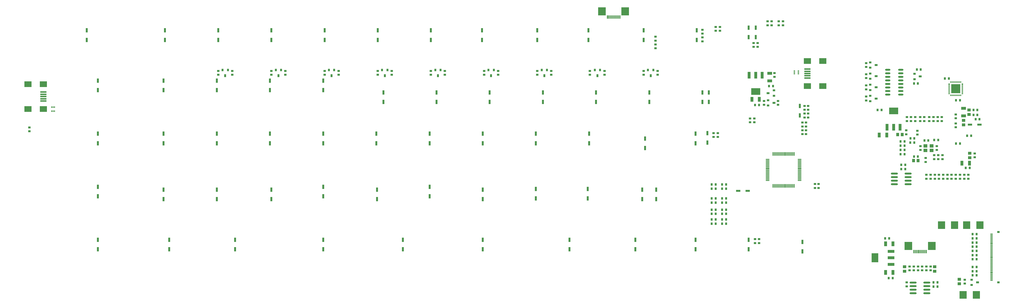
<source format=gbp>
G04 Layer_Color=128*
%FSLAX44Y44*%
%MOMM*%
G71*
G01*
G75*
%ADD10R,1.0000X1.3000*%
%ADD11R,0.8000X0.9000*%
%ADD12R,0.9000X0.8000*%
%ADD13R,1.1000X0.6500*%
%ADD14R,0.9000X0.6500*%
%ADD15R,0.6500X1.1000*%
%ADD16R,0.6500X0.9000*%
%ADD17R,1.3000X1.0000*%
%ADD18R,1.7000X1.1000*%
%ADD21R,0.5000X0.3000*%
%ADD22O,1.4000X0.3000*%
%ADD24R,2.2500X0.5000*%
%ADD25R,2.5000X2.0000*%
%ADD26R,2.7000X3.0000*%
%ADD27R,0.3000X1.2000*%
%ADD34R,1.1000X1.7000*%
%ADD35R,0.5000X0.3000*%
%ADD36R,0.3000X0.5000*%
%ADD38R,0.8000X1.6000*%
%ADD64O,2.5000X0.7000*%
%ADD65R,1.3995X1.1498*%
%ADD66R,3.2000X3.2000*%
%ADD67R,1.0000X2.4000*%
%ADD68R,3.3000X2.4000*%
%ADD69O,1.9000X0.6000*%
%ADD70R,1.6000X0.8000*%
%ADD72R,0.8500X0.8000*%
%ADD73R,0.8500X0.3000*%
%ADD74R,2.6162X2.7432*%
%ADD75R,2.4000X1.0000*%
%ADD76R,2.4000X3.3000*%
%ADD77R,0.3000X0.5000*%
%ADD78O,0.3000X1.4000*%
%ADD79R,2.7000X3.0000*%
%ADD80R,0.3000X1.2000*%
D10*
X3200600Y1290600D02*
D03*
X3184600D02*
D03*
X3127300Y1384400D02*
D03*
X3143300D02*
D03*
D11*
X3223102Y1363100D02*
D03*
X3237102D02*
D03*
X3199598Y1305600D02*
D03*
X3185598D02*
D03*
X3258302Y1364400D02*
D03*
X3272302D02*
D03*
X3187098Y1370600D02*
D03*
X3173098D02*
D03*
X3055802Y1471900D02*
D03*
X3069802D02*
D03*
X3138100Y1359100D02*
D03*
X3152100D02*
D03*
X3138100Y1344100D02*
D03*
X3152100D02*
D03*
X3138100Y1329100D02*
D03*
X3152100D02*
D03*
X3138100Y1314100D02*
D03*
X3152100D02*
D03*
X3384798Y1264400D02*
D03*
X3370798D02*
D03*
X3350098Y1351600D02*
D03*
X3336098D02*
D03*
X3398302Y1471900D02*
D03*
X3412302D02*
D03*
X3398302Y1454400D02*
D03*
X3412302D02*
D03*
X3405802Y1439400D02*
D03*
X3419802D02*
D03*
X3310049Y1584400D02*
D03*
X3296049D02*
D03*
X3350098Y1506600D02*
D03*
X3336098D02*
D03*
X3186600Y1355600D02*
D03*
X3172600D02*
D03*
X3140602Y1260600D02*
D03*
X3154602D02*
D03*
X3140602Y1275600D02*
D03*
X3154602D02*
D03*
X3389798Y1379400D02*
D03*
X3375798D02*
D03*
X3195802Y1616900D02*
D03*
X3209802D02*
D03*
X3185802Y1566900D02*
D03*
X3199802D02*
D03*
X3395502Y997500D02*
D03*
X3409502D02*
D03*
X3395502Y1012500D02*
D03*
X3409502D02*
D03*
X3395502Y952500D02*
D03*
X3409502D02*
D03*
X3395502Y910000D02*
D03*
X3409502D02*
D03*
X3395502Y937500D02*
D03*
X3409502D02*
D03*
X3395502Y967500D02*
D03*
X3409502D02*
D03*
X3395502Y895000D02*
D03*
X3409502D02*
D03*
X3395502Y982500D02*
D03*
X3409502D02*
D03*
X3395502Y1027500D02*
D03*
X3409502D02*
D03*
X3395502Y880000D02*
D03*
X3409502D02*
D03*
X3269498Y840000D02*
D03*
X3255498D02*
D03*
X3269498Y855000D02*
D03*
X3255498D02*
D03*
X3096998Y1012500D02*
D03*
X3082998D02*
D03*
X3095502Y870000D02*
D03*
X3109502D02*
D03*
X2514502Y1190000D02*
D03*
X2500502D02*
D03*
X2514502Y1205000D02*
D03*
X2500502D02*
D03*
X2514502Y1080000D02*
D03*
X2500502D02*
D03*
X2514502Y1100000D02*
D03*
X2500502D02*
D03*
X2514502Y1155000D02*
D03*
X2500502D02*
D03*
X2514502Y1065000D02*
D03*
X2500502D02*
D03*
X2514502Y1115000D02*
D03*
X2500502D02*
D03*
X2514502Y1140000D02*
D03*
X2500502D02*
D03*
X2477002Y1155000D02*
D03*
X2463002D02*
D03*
X2477002Y1100000D02*
D03*
X2463002D02*
D03*
X2477002Y1140000D02*
D03*
X2463002D02*
D03*
X2477002Y1205000D02*
D03*
X2463002D02*
D03*
X2477002Y1065000D02*
D03*
X2463002D02*
D03*
X2477002Y1190000D02*
D03*
X2463002D02*
D03*
X2477002Y1080000D02*
D03*
X2463002D02*
D03*
X2477002Y1115000D02*
D03*
X2463002D02*
D03*
X2632002Y1490000D02*
D03*
X2618002D02*
D03*
X2682002Y1557500D02*
D03*
X2668002D02*
D03*
D12*
X3267600Y1328602D02*
D03*
Y1342602D02*
D03*
X3272600Y1310098D02*
D03*
Y1296098D02*
D03*
X3197600Y1383602D02*
D03*
Y1397602D02*
D03*
X3227600Y1286102D02*
D03*
Y1300102D02*
D03*
X3287600Y1296102D02*
D03*
Y1310102D02*
D03*
X3157800Y1398898D02*
D03*
Y1384898D02*
D03*
X3260100Y1226102D02*
D03*
Y1240102D02*
D03*
X3275100Y1226102D02*
D03*
Y1240102D02*
D03*
X3255300Y1446400D02*
D03*
Y1432400D02*
D03*
X3240300Y1446400D02*
D03*
Y1432400D02*
D03*
X3222800Y1446400D02*
D03*
Y1432400D02*
D03*
X3207800Y1446400D02*
D03*
Y1432400D02*
D03*
X3190300Y1446400D02*
D03*
Y1432400D02*
D03*
X3175300Y1446400D02*
D03*
Y1432400D02*
D03*
X3160300Y1446400D02*
D03*
Y1432400D02*
D03*
X3290100Y1226102D02*
D03*
Y1240102D02*
D03*
X3305100Y1226102D02*
D03*
Y1240102D02*
D03*
X3320100Y1226102D02*
D03*
Y1240102D02*
D03*
X3230100Y1226102D02*
D03*
Y1240102D02*
D03*
X3245100Y1226102D02*
D03*
Y1240102D02*
D03*
X3335100Y1226102D02*
D03*
Y1240102D02*
D03*
X3350100Y1226102D02*
D03*
Y1240102D02*
D03*
X3365100Y1226103D02*
D03*
Y1240103D02*
D03*
X3380100Y1226102D02*
D03*
Y1240102D02*
D03*
X3285300Y1446400D02*
D03*
Y1432400D02*
D03*
X3270300Y1446400D02*
D03*
Y1432400D02*
D03*
X3402800Y1316398D02*
D03*
Y1302398D02*
D03*
X3208600Y1328602D02*
D03*
Y1342602D02*
D03*
X3257600Y1296102D02*
D03*
Y1310102D02*
D03*
X3335300Y1409902D02*
D03*
Y1423902D02*
D03*
Y1442402D02*
D03*
Y1456402D02*
D03*
X3015100Y1520098D02*
D03*
Y1506098D02*
D03*
X3015100Y1560098D02*
D03*
Y1546098D02*
D03*
X3015100Y1600098D02*
D03*
Y1586098D02*
D03*
Y1640098D02*
D03*
Y1626098D02*
D03*
X3367500Y864498D02*
D03*
Y850498D02*
D03*
X3185000Y911998D02*
D03*
Y897998D02*
D03*
X3230000Y911998D02*
D03*
Y897998D02*
D03*
X3245000Y911998D02*
D03*
Y897998D02*
D03*
X3200000Y911998D02*
D03*
Y897998D02*
D03*
X3215000Y911998D02*
D03*
Y897998D02*
D03*
X3170000Y911998D02*
D03*
Y897998D02*
D03*
X3160000Y840502D02*
D03*
Y854502D02*
D03*
X2262500Y1734502D02*
D03*
Y1720502D02*
D03*
X2262500Y1692998D02*
D03*
Y1706998D02*
D03*
X1460000Y1598002D02*
D03*
Y1612002D02*
D03*
X1510000Y1611998D02*
D03*
Y1597998D02*
D03*
X1320000D02*
D03*
Y1611998D02*
D03*
X1270000Y1612002D02*
D03*
Y1598002D02*
D03*
X1130000Y1597998D02*
D03*
Y1611998D02*
D03*
X1080000Y1597998D02*
D03*
Y1611998D02*
D03*
X940000Y1597998D02*
D03*
Y1611998D02*
D03*
X890000Y1612002D02*
D03*
Y1598002D02*
D03*
X750000Y1597998D02*
D03*
Y1611998D02*
D03*
X700000Y1612002D02*
D03*
Y1598002D02*
D03*
X2845000Y1207002D02*
D03*
Y1193002D02*
D03*
X2832500Y1207002D02*
D03*
Y1193002D02*
D03*
X2795000Y1445000D02*
D03*
Y1459000D02*
D03*
X2807500Y1445000D02*
D03*
Y1459000D02*
D03*
X2800000Y1427002D02*
D03*
Y1413002D02*
D03*
X2787500Y1427002D02*
D03*
Y1413002D02*
D03*
X2800000Y1385498D02*
D03*
Y1399498D02*
D03*
X2787500Y1385498D02*
D03*
Y1399498D02*
D03*
X2795000Y1486503D02*
D03*
Y1472503D02*
D03*
X2807500Y1486503D02*
D03*
Y1472503D02*
D03*
X2650000Y1490498D02*
D03*
Y1504498D02*
D03*
X2700000Y1504502D02*
D03*
Y1490502D02*
D03*
X2687500Y1604502D02*
D03*
Y1590502D02*
D03*
X2615000Y1427998D02*
D03*
Y1441998D02*
D03*
X2600000Y1427998D02*
D03*
Y1441998D02*
D03*
X2485000Y1375498D02*
D03*
Y1389498D02*
D03*
X2470000Y1375498D02*
D03*
Y1389498D02*
D03*
X2270000Y1597998D02*
D03*
Y1611998D02*
D03*
X2220000Y1612002D02*
D03*
Y1598002D02*
D03*
X2430000Y1717997D02*
D03*
Y1731997D02*
D03*
X2430000Y1759500D02*
D03*
Y1745500D02*
D03*
X2627500Y1697998D02*
D03*
Y1711998D02*
D03*
X2612500Y1697998D02*
D03*
Y1711998D02*
D03*
X2662500Y1775498D02*
D03*
Y1789498D02*
D03*
X2677500Y1775498D02*
D03*
Y1789498D02*
D03*
X2717500Y1789502D02*
D03*
Y1775502D02*
D03*
X2702500Y1789502D02*
D03*
Y1775502D02*
D03*
X1890000Y1597998D02*
D03*
Y1611998D02*
D03*
X1840000Y1612002D02*
D03*
Y1598002D02*
D03*
X2080000Y1597998D02*
D03*
Y1611998D02*
D03*
X2027500Y1612002D02*
D03*
Y1598002D02*
D03*
X1700000Y1597998D02*
D03*
Y1611998D02*
D03*
X1650000Y1612002D02*
D03*
Y1598002D02*
D03*
X2617500Y1009502D02*
D03*
Y995502D02*
D03*
X2492500Y1769502D02*
D03*
Y1755502D02*
D03*
X2632500Y1009502D02*
D03*
Y995502D02*
D03*
X25000Y1395498D02*
D03*
Y1409498D02*
D03*
X2477500Y1769502D02*
D03*
Y1755502D02*
D03*
D13*
X3208175Y1591900D02*
D03*
X3050475Y1513100D02*
D03*
Y1553100D02*
D03*
X3050475Y1593100D02*
D03*
X3050475Y1633100D02*
D03*
X3412875Y855000D02*
D03*
X2685375Y1497500D02*
D03*
X2664625Y1532500D02*
D03*
D14*
X3187425Y1601400D02*
D03*
Y1582400D02*
D03*
X3029725Y1522600D02*
D03*
Y1503600D02*
D03*
Y1562600D02*
D03*
Y1543600D02*
D03*
X3029725Y1602600D02*
D03*
Y1583600D02*
D03*
X3029725Y1642600D02*
D03*
Y1623600D02*
D03*
X3392125Y864500D02*
D03*
Y845500D02*
D03*
X2664625Y1488000D02*
D03*
Y1507000D02*
D03*
X2685375Y1542000D02*
D03*
Y1523000D02*
D03*
D15*
X1485000Y1594625D02*
D03*
X915000D02*
D03*
X1865000D02*
D03*
X2055000D02*
D03*
X1105000D02*
D03*
X1295000D02*
D03*
X725000D02*
D03*
X1675000D02*
D03*
X2245000D02*
D03*
D16*
X1475500Y1615375D02*
D03*
X1494500D02*
D03*
X924500D02*
D03*
X905500D02*
D03*
X1874500D02*
D03*
X1855500D02*
D03*
X2064500D02*
D03*
X2045500D02*
D03*
X1114500D02*
D03*
X1095500D02*
D03*
X1304500D02*
D03*
X1285500D02*
D03*
X734500D02*
D03*
X715500D02*
D03*
X1684500D02*
D03*
X1665500D02*
D03*
X2254500D02*
D03*
X2235500D02*
D03*
D17*
X3385300Y1301400D02*
D03*
Y1317400D02*
D03*
X3382600Y1456400D02*
D03*
Y1472400D02*
D03*
X3362800Y1418900D02*
D03*
Y1434900D02*
D03*
X3347500Y865500D02*
D03*
Y849500D02*
D03*
X3260000Y894500D02*
D03*
Y910500D02*
D03*
X3152500Y894500D02*
D03*
Y910500D02*
D03*
D18*
X3362800Y1450900D02*
D03*
Y1477900D02*
D03*
X2670000Y1576500D02*
D03*
Y1603500D02*
D03*
D21*
X2758500Y1606500D02*
D03*
X2772500Y1611500D02*
D03*
Y1601500D02*
D03*
Y1606500D02*
D03*
X2758500Y1611500D02*
D03*
Y1601500D02*
D03*
D22*
X2777000Y1220000D02*
D03*
Y1225000D02*
D03*
Y1230000D02*
D03*
Y1245000D02*
D03*
Y1250000D02*
D03*
Y1255000D02*
D03*
Y1260000D02*
D03*
Y1265000D02*
D03*
Y1270000D02*
D03*
Y1275000D02*
D03*
Y1280000D02*
D03*
Y1285000D02*
D03*
Y1290000D02*
D03*
Y1295000D02*
D03*
X2663000D02*
D03*
Y1290000D02*
D03*
Y1285000D02*
D03*
Y1280000D02*
D03*
Y1275000D02*
D03*
Y1270000D02*
D03*
Y1265000D02*
D03*
Y1260000D02*
D03*
Y1255000D02*
D03*
Y1250000D02*
D03*
Y1245000D02*
D03*
Y1240000D02*
D03*
Y1235000D02*
D03*
Y1230000D02*
D03*
Y1225000D02*
D03*
Y1220000D02*
D03*
X2777000Y1240000D02*
D03*
Y1235000D02*
D03*
D24*
X75000Y1504001D02*
D03*
Y1512001D02*
D03*
Y1520000D02*
D03*
Y1528001D02*
D03*
Y1535999D02*
D03*
X2805000Y1618499D02*
D03*
Y1610499D02*
D03*
Y1602500D02*
D03*
Y1594499D02*
D03*
Y1586501D02*
D03*
D25*
X75000Y1475499D02*
D03*
Y1564501D02*
D03*
X20000Y1475499D02*
D03*
Y1564501D02*
D03*
X2805000Y1647001D02*
D03*
Y1557999D02*
D03*
X2860000Y1647001D02*
D03*
Y1557999D02*
D03*
D26*
X3165700Y984900D02*
D03*
X3249300D02*
D03*
D27*
X3185000Y965100D02*
D03*
X3190000D02*
D03*
X3195000D02*
D03*
X3200000D02*
D03*
X3205000D02*
D03*
X3210000D02*
D03*
X3215000D02*
D03*
X3220000D02*
D03*
X3225000D02*
D03*
X3230000D02*
D03*
D34*
X3088800Y1382400D02*
D03*
X3061800D02*
D03*
X3383800Y1281900D02*
D03*
X3356800D02*
D03*
X3084000Y992500D02*
D03*
X3111000D02*
D03*
Y890000D02*
D03*
X3084000D02*
D03*
X2606500Y1510000D02*
D03*
X2633500D02*
D03*
D35*
X3358600Y1530600D02*
D03*
Y1535600D02*
D03*
Y1540600D02*
D03*
Y1545600D02*
D03*
Y1550600D02*
D03*
Y1555600D02*
D03*
Y1560600D02*
D03*
Y1565600D02*
D03*
X3311600D02*
D03*
Y1560600D02*
D03*
Y1555600D02*
D03*
Y1550600D02*
D03*
Y1545600D02*
D03*
Y1540600D02*
D03*
Y1535600D02*
D03*
Y1530600D02*
D03*
D36*
X3352600Y1571600D02*
D03*
X3347600D02*
D03*
X3342600D02*
D03*
X3337600D02*
D03*
X3332600D02*
D03*
X3327600D02*
D03*
X3322600D02*
D03*
X3317600D02*
D03*
X3347600Y1524600D02*
D03*
X3342600D02*
D03*
X3337600D02*
D03*
X3332600D02*
D03*
X3327600D02*
D03*
X3322600D02*
D03*
X3317600D02*
D03*
X3352600D02*
D03*
D38*
X2452500Y1534500D02*
D03*
Y1500500D02*
D03*
X2430000Y1534500D02*
D03*
Y1500500D02*
D03*
X1075000Y1577000D02*
D03*
Y1543000D02*
D03*
X2595000Y1007000D02*
D03*
Y973000D02*
D03*
X2777500Y1452500D02*
D03*
Y1486500D02*
D03*
X2410000Y1757000D02*
D03*
Y1723000D02*
D03*
X2620000Y1767000D02*
D03*
Y1733000D02*
D03*
X2595000Y1767000D02*
D03*
Y1733000D02*
D03*
X1645000Y1007000D02*
D03*
Y973000D02*
D03*
X1360000Y1007000D02*
D03*
Y973000D02*
D03*
X1075000Y1007000D02*
D03*
Y973000D02*
D03*
X760000Y1007000D02*
D03*
Y973000D02*
D03*
X2190000Y1007000D02*
D03*
Y973000D02*
D03*
X1955000Y1007000D02*
D03*
Y973000D02*
D03*
X2405000Y1007000D02*
D03*
Y973000D02*
D03*
X2787500Y999500D02*
D03*
Y965500D02*
D03*
X2240000Y1534500D02*
D03*
Y1500500D02*
D03*
X2265000Y1187000D02*
D03*
Y1153000D02*
D03*
X1267500Y1187000D02*
D03*
Y1153000D02*
D03*
X270000Y1387000D02*
D03*
Y1353000D02*
D03*
X2405000Y1387000D02*
D03*
Y1353000D02*
D03*
X2025000Y1387000D02*
D03*
Y1353000D02*
D03*
X2020000Y1189500D02*
D03*
Y1155500D02*
D03*
X695000Y1187000D02*
D03*
Y1153000D02*
D03*
X1455000Y1387000D02*
D03*
Y1353000D02*
D03*
X1075000Y1197000D02*
D03*
Y1163000D02*
D03*
X525000Y1007000D02*
D03*
Y973000D02*
D03*
X2215000Y1187000D02*
D03*
Y1153000D02*
D03*
X505000Y1187000D02*
D03*
Y1153000D02*
D03*
X1455000Y1197000D02*
D03*
Y1163000D02*
D03*
X1645000Y1387000D02*
D03*
Y1353000D02*
D03*
X1670000Y1534500D02*
D03*
Y1500500D02*
D03*
X1860000Y1534500D02*
D03*
Y1500500D02*
D03*
X1645000Y1187000D02*
D03*
Y1153000D02*
D03*
X2050000Y1534500D02*
D03*
Y1500500D02*
D03*
X2447500Y1355500D02*
D03*
Y1389500D02*
D03*
X505000Y1387000D02*
D03*
Y1353000D02*
D03*
X1835000Y1189500D02*
D03*
Y1155500D02*
D03*
X695000Y1387000D02*
D03*
Y1353000D02*
D03*
X1265000Y1387000D02*
D03*
Y1353000D02*
D03*
X890000Y1187000D02*
D03*
Y1153000D02*
D03*
X1075000Y1387000D02*
D03*
Y1353000D02*
D03*
X2225000Y1369500D02*
D03*
Y1335500D02*
D03*
X1835000Y1387000D02*
D03*
Y1353000D02*
D03*
X885000Y1387000D02*
D03*
Y1353000D02*
D03*
X270000Y1197000D02*
D03*
Y1163000D02*
D03*
Y1007000D02*
D03*
Y973000D02*
D03*
X230000Y1757000D02*
D03*
Y1723000D02*
D03*
X510000Y1757000D02*
D03*
Y1723000D02*
D03*
X700000Y1757000D02*
D03*
Y1723000D02*
D03*
X890000Y1757000D02*
D03*
Y1723000D02*
D03*
X1080000Y1757000D02*
D03*
Y1723000D02*
D03*
X1270000Y1757000D02*
D03*
Y1723000D02*
D03*
X1460000Y1757000D02*
D03*
Y1723000D02*
D03*
X1642500Y1757000D02*
D03*
Y1723000D02*
D03*
X1840000Y1757000D02*
D03*
Y1723000D02*
D03*
X2022500Y1757000D02*
D03*
Y1723000D02*
D03*
X2220000Y1757000D02*
D03*
Y1723000D02*
D03*
X885000Y1577000D02*
D03*
Y1543000D02*
D03*
X695000Y1577000D02*
D03*
Y1543000D02*
D03*
X505000Y1577000D02*
D03*
Y1543000D02*
D03*
X270000Y1577000D02*
D03*
Y1543000D02*
D03*
X1290000Y1534500D02*
D03*
Y1500500D02*
D03*
X1480000Y1534500D02*
D03*
Y1500500D02*
D03*
D64*
X3164600Y1244650D02*
D03*
Y1231950D02*
D03*
Y1219250D02*
D03*
Y1206550D02*
D03*
X3115600Y1244650D02*
D03*
Y1231950D02*
D03*
Y1219250D02*
D03*
Y1206550D02*
D03*
X3232000Y854050D02*
D03*
Y841350D02*
D03*
Y828650D02*
D03*
Y815950D02*
D03*
X3183000Y854050D02*
D03*
Y841350D02*
D03*
Y828650D02*
D03*
Y815950D02*
D03*
D65*
X3226602Y1327599D02*
D03*
Y1343601D02*
D03*
X3248598Y1327599D02*
D03*
Y1343601D02*
D03*
D66*
X3335100Y1548100D02*
D03*
D67*
X3135800Y1410400D02*
D03*
X3112800D02*
D03*
X3089800D02*
D03*
X2597000Y1596500D02*
D03*
X2620000D02*
D03*
X2643000D02*
D03*
D68*
X3112800Y1468400D02*
D03*
X2620000Y1538500D02*
D03*
D69*
X3091800Y1527450D02*
D03*
Y1540150D02*
D03*
Y1552850D02*
D03*
Y1565550D02*
D03*
Y1578250D02*
D03*
Y1590950D02*
D03*
Y1603650D02*
D03*
Y1616350D02*
D03*
X3138800Y1527450D02*
D03*
Y1540150D02*
D03*
Y1552850D02*
D03*
Y1565550D02*
D03*
Y1578250D02*
D03*
Y1590950D02*
D03*
Y1603650D02*
D03*
Y1616350D02*
D03*
D70*
X3419800Y1419400D02*
D03*
X3385800D02*
D03*
X2592000Y1182500D02*
D03*
X2558000D02*
D03*
D72*
X3487250Y854500D02*
D03*
Y1035500D02*
D03*
D73*
X3462750Y862500D02*
D03*
Y867500D02*
D03*
Y872500D02*
D03*
Y877500D02*
D03*
Y882500D02*
D03*
Y887500D02*
D03*
Y892500D02*
D03*
Y897500D02*
D03*
Y902500D02*
D03*
Y907500D02*
D03*
Y912500D02*
D03*
Y917500D02*
D03*
Y922500D02*
D03*
Y957500D02*
D03*
Y962500D02*
D03*
Y967500D02*
D03*
Y972500D02*
D03*
Y977500D02*
D03*
Y982500D02*
D03*
Y987500D02*
D03*
Y992500D02*
D03*
Y997500D02*
D03*
Y1002500D02*
D03*
Y1007500D02*
D03*
Y1012500D02*
D03*
Y1017500D02*
D03*
Y1022500D02*
D03*
Y1027500D02*
D03*
Y927500D02*
D03*
Y942500D02*
D03*
Y947500D02*
D03*
Y952500D02*
D03*
Y937500D02*
D03*
Y932500D02*
D03*
D74*
X3374005Y1060000D02*
D03*
X3420995D02*
D03*
X3284005D02*
D03*
X3330995D02*
D03*
X3408495Y810000D02*
D03*
X3361505D02*
D03*
D75*
X3104000Y965500D02*
D03*
Y942500D02*
D03*
Y919500D02*
D03*
D76*
X3046000Y942500D02*
D03*
D77*
X109960Y1482056D02*
D03*
X114960D02*
D03*
X104960D02*
D03*
X114960Y1468056D02*
D03*
X109960D02*
D03*
X104960D02*
D03*
D78*
X2682500Y1200500D02*
D03*
X2687500D02*
D03*
X2692500D02*
D03*
X2697500D02*
D03*
X2702500D02*
D03*
X2707500D02*
D03*
X2712500D02*
D03*
X2717500D02*
D03*
X2722500D02*
D03*
X2727500D02*
D03*
X2732500D02*
D03*
X2737500D02*
D03*
X2742500D02*
D03*
X2747500D02*
D03*
X2752500D02*
D03*
X2757500D02*
D03*
Y1314500D02*
D03*
X2752500D02*
D03*
X2747500D02*
D03*
X2742500D02*
D03*
X2737500D02*
D03*
X2732500D02*
D03*
X2727500D02*
D03*
X2722500D02*
D03*
X2717500D02*
D03*
X2712500D02*
D03*
X2707500D02*
D03*
X2702500D02*
D03*
X2697500D02*
D03*
X2692500D02*
D03*
X2687500D02*
D03*
X2682500D02*
D03*
D79*
X2154300Y1824900D02*
D03*
X2070700D02*
D03*
D80*
X2135000Y1805100D02*
D03*
X2130000D02*
D03*
X2125000D02*
D03*
X2120000D02*
D03*
X2115000D02*
D03*
X2110000D02*
D03*
X2105000D02*
D03*
X2100000D02*
D03*
X2095000D02*
D03*
X2090000D02*
D03*
M02*

</source>
